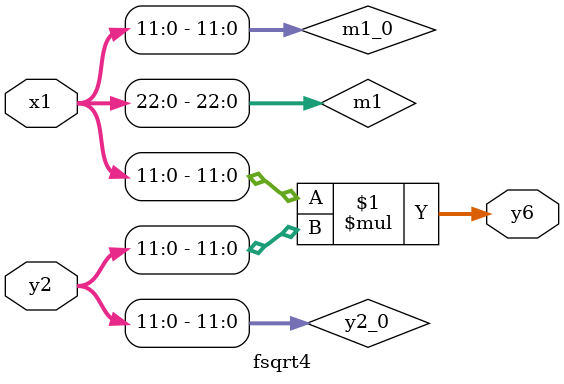
<source format=sv>
`default_nettype none

module fsqrt4(
  input wire [31:0] x1,
  input wire [23:0] y2,
  output wire [23:0] y6 );
  
  wire [22:0] m1;
  assign m1 = x1[22:0];

  wire [11:0] m1_0, y2_0;
  assign m1_0 = m1[11:0];
  assign y2_0 = y2[11:0];

  assign y6 = m1_0 * y2_0;

endmodule

`default_nettype wire

</source>
